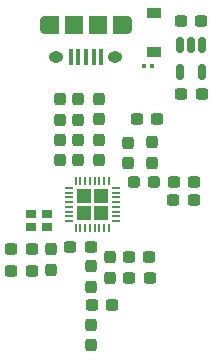
<source format=gtp>
%TF.GenerationSoftware,KiCad,Pcbnew,(6.0.9)*%
%TF.CreationDate,2022-11-19T16:26:50-05:00*%
%TF.ProjectId,EFR32MG22_module,45465233-324d-4473-9232-5f6d6f64756c,rev?*%
%TF.SameCoordinates,Original*%
%TF.FileFunction,Paste,Top*%
%TF.FilePolarity,Positive*%
%FSLAX46Y46*%
G04 Gerber Fmt 4.6, Leading zero omitted, Abs format (unit mm)*
G04 Created by KiCad (PCBNEW (6.0.9)) date 2022-11-19 16:26:50*
%MOMM*%
%LPD*%
G01*
G04 APERTURE LIST*
G04 Aperture macros list*
%AMRoundRect*
0 Rectangle with rounded corners*
0 $1 Rounding radius*
0 $2 $3 $4 $5 $6 $7 $8 $9 X,Y pos of 4 corners*
0 Add a 4 corners polygon primitive as box body*
4,1,4,$2,$3,$4,$5,$6,$7,$8,$9,$2,$3,0*
0 Add four circle primitives for the rounded corners*
1,1,$1+$1,$2,$3*
1,1,$1+$1,$4,$5*
1,1,$1+$1,$6,$7*
1,1,$1+$1,$8,$9*
0 Add four rect primitives between the rounded corners*
20,1,$1+$1,$2,$3,$4,$5,0*
20,1,$1+$1,$4,$5,$6,$7,0*
20,1,$1+$1,$6,$7,$8,$9,0*
20,1,$1+$1,$8,$9,$2,$3,0*%
G04 Aperture macros list end*
%ADD10RoundRect,0.237500X0.237500X-0.300000X0.237500X0.300000X-0.237500X0.300000X-0.237500X-0.300000X0*%
%ADD11RoundRect,0.237500X0.300000X0.237500X-0.300000X0.237500X-0.300000X-0.237500X0.300000X-0.237500X0*%
%ADD12RoundRect,0.237500X-0.237500X0.300000X-0.237500X-0.300000X0.237500X-0.300000X0.237500X0.300000X0*%
%ADD13RoundRect,0.250000X-0.380000X-0.380000X0.380000X-0.380000X0.380000X0.380000X-0.380000X0.380000X0*%
%ADD14RoundRect,0.050000X-0.300000X-0.050000X0.300000X-0.050000X0.300000X0.050000X-0.300000X0.050000X0*%
%ADD15RoundRect,0.050000X-0.050000X-0.300000X0.050000X-0.300000X0.050000X0.300000X-0.050000X0.300000X0*%
%ADD16RoundRect,0.237500X-0.300000X-0.237500X0.300000X-0.237500X0.300000X0.237500X-0.300000X0.237500X0*%
%ADD17RoundRect,0.079500X0.079500X0.100500X-0.079500X0.100500X-0.079500X-0.100500X0.079500X-0.100500X0*%
%ADD18RoundRect,0.237500X-0.237500X0.287500X-0.237500X-0.287500X0.237500X-0.287500X0.237500X0.287500X0*%
%ADD19RoundRect,0.237500X-0.287500X-0.237500X0.287500X-0.237500X0.287500X0.237500X-0.287500X0.237500X0*%
%ADD20RoundRect,0.150000X-0.150000X0.512500X-0.150000X-0.512500X0.150000X-0.512500X0.150000X0.512500X0*%
%ADD21O,0.890000X1.550000*%
%ADD22O,1.250000X0.950000*%
%ADD23R,0.400000X1.350000*%
%ADD24R,1.200000X1.550000*%
%ADD25R,1.500000X1.550000*%
%ADD26R,1.200000X0.900000*%
%ADD27R,0.900000X0.800000*%
G04 APERTURE END LIST*
D10*
%TO.C,C5*%
X230040000Y-94772500D03*
X230040000Y-93047500D03*
%TD*%
D11*
%TO.C,C21*%
X238687500Y-82987500D03*
X236962500Y-82987500D03*
%TD*%
D12*
%TO.C,C4*%
X228250000Y-89617500D03*
X228250000Y-91342500D03*
%TD*%
D13*
%TO.C,U1*%
X230187500Y-97800000D03*
X228737500Y-97800000D03*
X230187500Y-99250000D03*
X228737500Y-99250000D03*
D14*
X227462500Y-97125000D03*
X227462500Y-97525000D03*
X227462500Y-97925000D03*
X227462500Y-98325000D03*
X227462500Y-98725000D03*
X227462500Y-99125000D03*
X227462500Y-99525000D03*
X227462500Y-99925000D03*
D15*
X228062500Y-100525000D03*
X228462500Y-100525000D03*
X228862500Y-100525000D03*
X229262500Y-100525000D03*
X229662500Y-100525000D03*
X230062500Y-100525000D03*
X230462500Y-100525000D03*
X230862500Y-100525000D03*
D14*
X231462500Y-99925000D03*
X231462500Y-99525000D03*
X231462500Y-99125000D03*
X231462500Y-98725000D03*
X231462500Y-98325000D03*
X231462500Y-97925000D03*
X231462500Y-97525000D03*
X231462500Y-97125000D03*
D15*
X230862500Y-96525000D03*
X230462500Y-96525000D03*
X230062500Y-96525000D03*
X229662500Y-96525000D03*
X229262500Y-96525000D03*
X228862500Y-96525000D03*
X228462500Y-96525000D03*
X228062500Y-96525000D03*
%TD*%
D16*
%TO.C,C11*%
X236337500Y-98125000D03*
X238062500Y-98125000D03*
%TD*%
D17*
%TO.C,D2*%
X234555000Y-86840000D03*
X233865000Y-86840000D03*
%TD*%
D10*
%TO.C,C20*%
X229380000Y-110425000D03*
X229380000Y-108700000D03*
%TD*%
D16*
%TO.C,C16*%
X234325000Y-104770000D03*
X232600000Y-104770000D03*
%TD*%
D11*
%TO.C,C15*%
X224345000Y-102270000D03*
X222620000Y-102270000D03*
%TD*%
D12*
%TO.C,C2*%
X226700000Y-89617500D03*
X226700000Y-91342500D03*
%TD*%
D10*
%TO.C,C7*%
X232450000Y-95012500D03*
X232450000Y-93287500D03*
%TD*%
D16*
%TO.C,C19*%
X229435000Y-107070000D03*
X231160000Y-107070000D03*
%TD*%
D18*
%TO.C,L1*%
X229380000Y-103743500D03*
X229380000Y-105493500D03*
%TD*%
%TO.C,FB2*%
X230952500Y-103005000D03*
X230952500Y-104755000D03*
%TD*%
D10*
%TO.C,C9*%
X234550000Y-94987500D03*
X234550000Y-93262500D03*
%TD*%
D16*
%TO.C,C22*%
X237007500Y-89170000D03*
X238732500Y-89170000D03*
%TD*%
%TO.C,C17*%
X232560000Y-102950000D03*
X234285000Y-102950000D03*
%TD*%
D19*
%TO.C,L3*%
X232962500Y-96625000D03*
X234712500Y-96625000D03*
%TD*%
D18*
%TO.C,FB1*%
X225982500Y-102320000D03*
X225982500Y-104070000D03*
%TD*%
D10*
%TO.C,C3*%
X228275000Y-94780000D03*
X228275000Y-93055000D03*
%TD*%
D16*
%TO.C,C10*%
X236362500Y-96600000D03*
X238087500Y-96600000D03*
%TD*%
%TO.C,C8*%
X233212500Y-91275000D03*
X234937500Y-91275000D03*
%TD*%
D20*
%TO.C,U2*%
X238775000Y-85025000D03*
X237825000Y-85025000D03*
X236875000Y-85025000D03*
X236875000Y-87300000D03*
X238775000Y-87300000D03*
%TD*%
D11*
%TO.C,C14*%
X224345000Y-104120000D03*
X222620000Y-104120000D03*
%TD*%
D21*
%TO.C,J1*%
X232425000Y-83310000D03*
X225425000Y-83310000D03*
D22*
X231425000Y-86010000D03*
X226425000Y-86010000D03*
D23*
X230225000Y-86010000D03*
X229575000Y-86010000D03*
X228925000Y-86010000D03*
X228275000Y-86010000D03*
X227625000Y-86010000D03*
D24*
X226025000Y-83310000D03*
D25*
X227925000Y-83310000D03*
X229925000Y-83310000D03*
D24*
X231825000Y-83310000D03*
%TD*%
D26*
%TO.C,D1*%
X234650000Y-82350000D03*
X234650000Y-85650000D03*
%TD*%
D11*
%TO.C,C18*%
X229342500Y-102162500D03*
X227617500Y-102162500D03*
%TD*%
D10*
%TO.C,C1*%
X226725000Y-94780000D03*
X226725000Y-93055000D03*
%TD*%
D12*
%TO.C,C6*%
X230025000Y-89580000D03*
X230025000Y-91305000D03*
%TD*%
D27*
%TO.C,Y1*%
X224254000Y-100450000D03*
X225654000Y-100450000D03*
X225654000Y-99350000D03*
X224254000Y-99350000D03*
%TD*%
M02*

</source>
